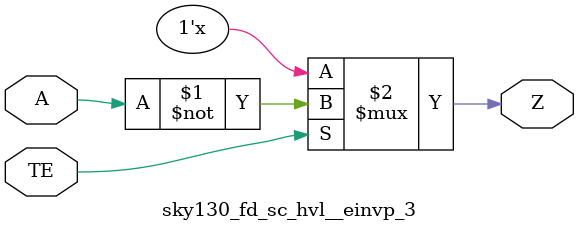
<source format=v>
module sky130_fd_sc_hvl__einvp_3 (
    Z ,
    A ,
    TE
);
    output Z ;
    input  A ;
    input  TE;
    notif1 notif10 (Z     , A, TE          );
endmodule
</source>
